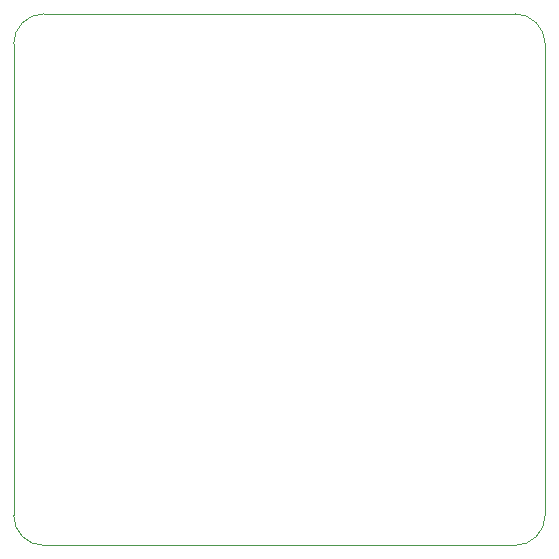
<source format=gm1>
G04 #@! TF.GenerationSoftware,KiCad,Pcbnew,(5.1.5)-3*
G04 #@! TF.CreationDate,2020-08-24T22:14:15-04:00*
G04 #@! TF.ProjectId,ta-ctrl,74612d63-7472-46c2-9e6b-696361645f70,v0*
G04 #@! TF.SameCoordinates,Original*
G04 #@! TF.FileFunction,Profile,NP*
%FSLAX46Y46*%
G04 Gerber Fmt 4.6, Leading zero omitted, Abs format (unit mm)*
G04 Created by KiCad (PCBNEW (5.1.5)-3) date 2020-08-24 22:14:15*
%MOMM*%
%LPD*%
G04 APERTURE LIST*
%ADD10C,0.050000*%
G04 APERTURE END LIST*
D10*
X177500000Y-127960000D02*
G75*
G02X174960000Y-130500000I-2540000J0D01*
G01*
X135040000Y-130500000D02*
G75*
G02X132500000Y-127960000I0J2540000D01*
G01*
X174960000Y-85500000D02*
G75*
G02X177500000Y-88040000I0J-2540000D01*
G01*
X132500000Y-88040000D02*
G75*
G02X135040000Y-85500000I2540000J0D01*
G01*
X177500000Y-88040000D02*
X177500000Y-127960000D01*
X135040000Y-130500000D02*
X174960000Y-130500000D01*
X132500000Y-88040000D02*
X132500000Y-127960000D01*
X135040000Y-85500000D02*
X174960000Y-85500000D01*
M02*

</source>
